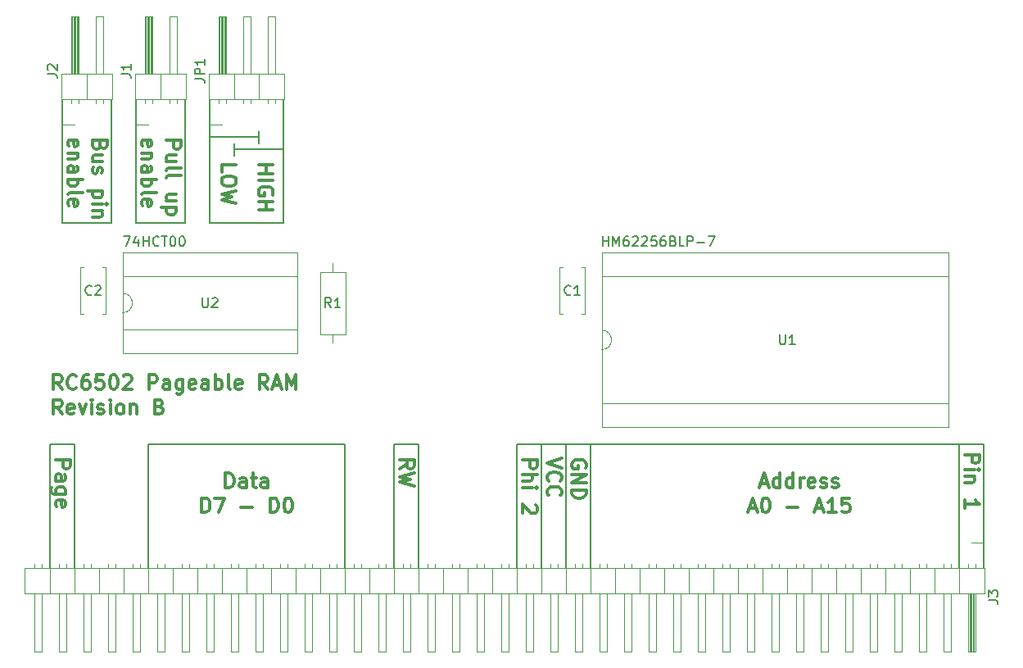
<source format=gto>
G04 #@! TF.FileFunction,Legend,Top*
%FSLAX46Y46*%
G04 Gerber Fmt 4.6, Leading zero omitted, Abs format (unit mm)*
G04 Created by KiCad (PCBNEW 4.0.6) date 06/10/17 17:46:54*
%MOMM*%
%LPD*%
G01*
G04 APERTURE LIST*
%ADD10C,0.100000*%
%ADD11C,0.300000*%
%ADD12C,0.200000*%
%ADD13C,0.120000*%
%ADD14C,0.150000*%
G04 APERTURE END LIST*
D10*
D11*
X96632143Y-106267143D02*
X96560714Y-106481429D01*
X96489286Y-106552857D01*
X96346429Y-106624286D01*
X96132143Y-106624286D01*
X95989286Y-106552857D01*
X95917857Y-106481429D01*
X95846429Y-106338571D01*
X95846429Y-105767143D01*
X97346429Y-105767143D01*
X97346429Y-106267143D01*
X97275000Y-106410000D01*
X97203571Y-106481429D01*
X97060714Y-106552857D01*
X96917857Y-106552857D01*
X96775000Y-106481429D01*
X96703571Y-106410000D01*
X96632143Y-106267143D01*
X96632143Y-105767143D01*
X96846429Y-107910000D02*
X95846429Y-107910000D01*
X96846429Y-107267143D02*
X96060714Y-107267143D01*
X95917857Y-107338571D01*
X95846429Y-107481429D01*
X95846429Y-107695714D01*
X95917857Y-107838571D01*
X95989286Y-107910000D01*
X95917857Y-108552857D02*
X95846429Y-108695714D01*
X95846429Y-108981429D01*
X95917857Y-109124286D01*
X96060714Y-109195714D01*
X96132143Y-109195714D01*
X96275000Y-109124286D01*
X96346429Y-108981429D01*
X96346429Y-108767143D01*
X96417857Y-108624286D01*
X96560714Y-108552857D01*
X96632143Y-108552857D01*
X96775000Y-108624286D01*
X96846429Y-108767143D01*
X96846429Y-108981429D01*
X96775000Y-109124286D01*
X96846429Y-110981429D02*
X95346429Y-110981429D01*
X96775000Y-110981429D02*
X96846429Y-111124286D01*
X96846429Y-111410000D01*
X96775000Y-111552857D01*
X96703571Y-111624286D01*
X96560714Y-111695715D01*
X96132143Y-111695715D01*
X95989286Y-111624286D01*
X95917857Y-111552857D01*
X95846429Y-111410000D01*
X95846429Y-111124286D01*
X95917857Y-110981429D01*
X95846429Y-112338572D02*
X96846429Y-112338572D01*
X97346429Y-112338572D02*
X97275000Y-112267143D01*
X97203571Y-112338572D01*
X97275000Y-112410000D01*
X97346429Y-112338572D01*
X97203571Y-112338572D01*
X96846429Y-113052858D02*
X95846429Y-113052858D01*
X96703571Y-113052858D02*
X96775000Y-113124286D01*
X96846429Y-113267144D01*
X96846429Y-113481429D01*
X96775000Y-113624286D01*
X96632143Y-113695715D01*
X95846429Y-113695715D01*
X93367857Y-106338571D02*
X93296429Y-106195714D01*
X93296429Y-105910000D01*
X93367857Y-105767143D01*
X93510714Y-105695714D01*
X94082143Y-105695714D01*
X94225000Y-105767143D01*
X94296429Y-105910000D01*
X94296429Y-106195714D01*
X94225000Y-106338571D01*
X94082143Y-106410000D01*
X93939286Y-106410000D01*
X93796429Y-105695714D01*
X94296429Y-107052857D02*
X93296429Y-107052857D01*
X94153571Y-107052857D02*
X94225000Y-107124285D01*
X94296429Y-107267143D01*
X94296429Y-107481428D01*
X94225000Y-107624285D01*
X94082143Y-107695714D01*
X93296429Y-107695714D01*
X93296429Y-109052857D02*
X94082143Y-109052857D01*
X94225000Y-108981428D01*
X94296429Y-108838571D01*
X94296429Y-108552857D01*
X94225000Y-108410000D01*
X93367857Y-109052857D02*
X93296429Y-108910000D01*
X93296429Y-108552857D01*
X93367857Y-108410000D01*
X93510714Y-108338571D01*
X93653571Y-108338571D01*
X93796429Y-108410000D01*
X93867857Y-108552857D01*
X93867857Y-108910000D01*
X93939286Y-109052857D01*
X93296429Y-109767143D02*
X94796429Y-109767143D01*
X94225000Y-109767143D02*
X94296429Y-109910000D01*
X94296429Y-110195714D01*
X94225000Y-110338571D01*
X94153571Y-110410000D01*
X94010714Y-110481429D01*
X93582143Y-110481429D01*
X93439286Y-110410000D01*
X93367857Y-110338571D01*
X93296429Y-110195714D01*
X93296429Y-109910000D01*
X93367857Y-109767143D01*
X93296429Y-111338572D02*
X93367857Y-111195714D01*
X93510714Y-111124286D01*
X94796429Y-111124286D01*
X93367857Y-112481428D02*
X93296429Y-112338571D01*
X93296429Y-112052857D01*
X93367857Y-111910000D01*
X93510714Y-111838571D01*
X94082143Y-111838571D01*
X94225000Y-111910000D01*
X94296429Y-112052857D01*
X94296429Y-112338571D01*
X94225000Y-112481428D01*
X94082143Y-112552857D01*
X93939286Y-112552857D01*
X93796429Y-111838571D01*
D12*
X127000000Y-137160000D02*
X129540000Y-137160000D01*
X185420000Y-137160000D02*
X185420000Y-149860000D01*
X139700000Y-137160000D02*
X139700000Y-149860000D01*
X142240000Y-137160000D02*
X139700000Y-137160000D01*
D11*
X140291429Y-138787143D02*
X141791429Y-138787143D01*
X141791429Y-139358571D01*
X141720000Y-139501429D01*
X141648571Y-139572857D01*
X141505714Y-139644286D01*
X141291429Y-139644286D01*
X141148571Y-139572857D01*
X141077143Y-139501429D01*
X141005714Y-139358571D01*
X141005714Y-138787143D01*
X140291429Y-140287143D02*
X141791429Y-140287143D01*
X140291429Y-140930000D02*
X141077143Y-140930000D01*
X141220000Y-140858571D01*
X141291429Y-140715714D01*
X141291429Y-140501429D01*
X141220000Y-140358571D01*
X141148571Y-140287143D01*
X140291429Y-141644286D02*
X141291429Y-141644286D01*
X141791429Y-141644286D02*
X141720000Y-141572857D01*
X141648571Y-141644286D01*
X141720000Y-141715714D01*
X141791429Y-141644286D01*
X141648571Y-141644286D01*
X141648571Y-143430000D02*
X141720000Y-143501429D01*
X141791429Y-143644286D01*
X141791429Y-144001429D01*
X141720000Y-144144286D01*
X141648571Y-144215715D01*
X141505714Y-144287143D01*
X141362857Y-144287143D01*
X141148571Y-144215715D01*
X140291429Y-143358572D01*
X140291429Y-144287143D01*
X92031429Y-138787143D02*
X93531429Y-138787143D01*
X93531429Y-139358571D01*
X93460000Y-139501429D01*
X93388571Y-139572857D01*
X93245714Y-139644286D01*
X93031429Y-139644286D01*
X92888571Y-139572857D01*
X92817143Y-139501429D01*
X92745714Y-139358571D01*
X92745714Y-138787143D01*
X92031429Y-140930000D02*
X92817143Y-140930000D01*
X92960000Y-140858571D01*
X93031429Y-140715714D01*
X93031429Y-140430000D01*
X92960000Y-140287143D01*
X92102857Y-140930000D02*
X92031429Y-140787143D01*
X92031429Y-140430000D01*
X92102857Y-140287143D01*
X92245714Y-140215714D01*
X92388571Y-140215714D01*
X92531429Y-140287143D01*
X92602857Y-140430000D01*
X92602857Y-140787143D01*
X92674286Y-140930000D01*
X93031429Y-142287143D02*
X91817143Y-142287143D01*
X91674286Y-142215714D01*
X91602857Y-142144286D01*
X91531429Y-142001429D01*
X91531429Y-141787143D01*
X91602857Y-141644286D01*
X92102857Y-142287143D02*
X92031429Y-142144286D01*
X92031429Y-141858572D01*
X92102857Y-141715714D01*
X92174286Y-141644286D01*
X92317143Y-141572857D01*
X92745714Y-141572857D01*
X92888571Y-141644286D01*
X92960000Y-141715714D01*
X93031429Y-141858572D01*
X93031429Y-142144286D01*
X92960000Y-142287143D01*
X92102857Y-143572857D02*
X92031429Y-143430000D01*
X92031429Y-143144286D01*
X92102857Y-143001429D01*
X92245714Y-142930000D01*
X92817143Y-142930000D01*
X92960000Y-143001429D01*
X93031429Y-143144286D01*
X93031429Y-143430000D01*
X92960000Y-143572857D01*
X92817143Y-143644286D01*
X92674286Y-143644286D01*
X92531429Y-142930000D01*
D12*
X91440000Y-137160000D02*
X91440000Y-149860000D01*
X93980000Y-137160000D02*
X91440000Y-137160000D01*
X93980000Y-149860000D02*
X93980000Y-137160000D01*
X92710000Y-114300000D02*
X92710000Y-101600000D01*
X97790000Y-114300000D02*
X92710000Y-114300000D01*
X97790000Y-101600000D02*
X97790000Y-114300000D01*
X110490000Y-106045000D02*
X110490000Y-107315000D01*
X113030000Y-104775000D02*
X113030000Y-106045000D01*
D11*
X109176429Y-109021429D02*
X109176429Y-108307143D01*
X110676429Y-108307143D01*
X110676429Y-109807143D02*
X110676429Y-110092857D01*
X110605000Y-110235715D01*
X110462143Y-110378572D01*
X110176429Y-110450000D01*
X109676429Y-110450000D01*
X109390714Y-110378572D01*
X109247857Y-110235715D01*
X109176429Y-110092857D01*
X109176429Y-109807143D01*
X109247857Y-109664286D01*
X109390714Y-109521429D01*
X109676429Y-109450000D01*
X110176429Y-109450000D01*
X110462143Y-109521429D01*
X110605000Y-109664286D01*
X110676429Y-109807143D01*
X110676429Y-110950001D02*
X109176429Y-111307144D01*
X110247857Y-111592858D01*
X109176429Y-111878572D01*
X110676429Y-112235715D01*
D12*
X115570000Y-106680000D02*
X110490000Y-106680000D01*
X107950000Y-105410000D02*
X113030000Y-105410000D01*
X115570000Y-114300000D02*
X115570000Y-101600000D01*
X107950000Y-114300000D02*
X115570000Y-114300000D01*
X107950000Y-101600000D02*
X107950000Y-114300000D01*
X100330000Y-114300000D02*
X100330000Y-101600000D01*
X105410000Y-114300000D02*
X100330000Y-114300000D01*
X105410000Y-101600000D02*
X105410000Y-114300000D01*
D11*
X164874286Y-141215000D02*
X165588572Y-141215000D01*
X164731429Y-141643571D02*
X165231429Y-140143571D01*
X165731429Y-141643571D01*
X166874286Y-141643571D02*
X166874286Y-140143571D01*
X166874286Y-141572143D02*
X166731429Y-141643571D01*
X166445715Y-141643571D01*
X166302857Y-141572143D01*
X166231429Y-141500714D01*
X166160000Y-141357857D01*
X166160000Y-140929286D01*
X166231429Y-140786429D01*
X166302857Y-140715000D01*
X166445715Y-140643571D01*
X166731429Y-140643571D01*
X166874286Y-140715000D01*
X168231429Y-141643571D02*
X168231429Y-140143571D01*
X168231429Y-141572143D02*
X168088572Y-141643571D01*
X167802858Y-141643571D01*
X167660000Y-141572143D01*
X167588572Y-141500714D01*
X167517143Y-141357857D01*
X167517143Y-140929286D01*
X167588572Y-140786429D01*
X167660000Y-140715000D01*
X167802858Y-140643571D01*
X168088572Y-140643571D01*
X168231429Y-140715000D01*
X168945715Y-141643571D02*
X168945715Y-140643571D01*
X168945715Y-140929286D02*
X169017143Y-140786429D01*
X169088572Y-140715000D01*
X169231429Y-140643571D01*
X169374286Y-140643571D01*
X170445714Y-141572143D02*
X170302857Y-141643571D01*
X170017143Y-141643571D01*
X169874286Y-141572143D01*
X169802857Y-141429286D01*
X169802857Y-140857857D01*
X169874286Y-140715000D01*
X170017143Y-140643571D01*
X170302857Y-140643571D01*
X170445714Y-140715000D01*
X170517143Y-140857857D01*
X170517143Y-141000714D01*
X169802857Y-141143571D01*
X171088571Y-141572143D02*
X171231428Y-141643571D01*
X171517143Y-141643571D01*
X171660000Y-141572143D01*
X171731428Y-141429286D01*
X171731428Y-141357857D01*
X171660000Y-141215000D01*
X171517143Y-141143571D01*
X171302857Y-141143571D01*
X171160000Y-141072143D01*
X171088571Y-140929286D01*
X171088571Y-140857857D01*
X171160000Y-140715000D01*
X171302857Y-140643571D01*
X171517143Y-140643571D01*
X171660000Y-140715000D01*
X172302857Y-141572143D02*
X172445714Y-141643571D01*
X172731429Y-141643571D01*
X172874286Y-141572143D01*
X172945714Y-141429286D01*
X172945714Y-141357857D01*
X172874286Y-141215000D01*
X172731429Y-141143571D01*
X172517143Y-141143571D01*
X172374286Y-141072143D01*
X172302857Y-140929286D01*
X172302857Y-140857857D01*
X172374286Y-140715000D01*
X172517143Y-140643571D01*
X172731429Y-140643571D01*
X172874286Y-140715000D01*
X163695715Y-143765000D02*
X164410001Y-143765000D01*
X163552858Y-144193571D02*
X164052858Y-142693571D01*
X164552858Y-144193571D01*
X165338572Y-142693571D02*
X165481429Y-142693571D01*
X165624286Y-142765000D01*
X165695715Y-142836429D01*
X165767144Y-142979286D01*
X165838572Y-143265000D01*
X165838572Y-143622143D01*
X165767144Y-143907857D01*
X165695715Y-144050714D01*
X165624286Y-144122143D01*
X165481429Y-144193571D01*
X165338572Y-144193571D01*
X165195715Y-144122143D01*
X165124286Y-144050714D01*
X165052858Y-143907857D01*
X164981429Y-143622143D01*
X164981429Y-143265000D01*
X165052858Y-142979286D01*
X165124286Y-142836429D01*
X165195715Y-142765000D01*
X165338572Y-142693571D01*
X167624286Y-143622143D02*
X168767143Y-143622143D01*
X170552857Y-143765000D02*
X171267143Y-143765000D01*
X170410000Y-144193571D02*
X170910000Y-142693571D01*
X171410000Y-144193571D01*
X172695714Y-144193571D02*
X171838571Y-144193571D01*
X172267143Y-144193571D02*
X172267143Y-142693571D01*
X172124286Y-142907857D01*
X171981428Y-143050714D01*
X171838571Y-143122143D01*
X174052857Y-142693571D02*
X173338571Y-142693571D01*
X173267142Y-143407857D01*
X173338571Y-143336429D01*
X173481428Y-143265000D01*
X173838571Y-143265000D01*
X173981428Y-143336429D01*
X174052857Y-143407857D01*
X174124285Y-143550714D01*
X174124285Y-143907857D01*
X174052857Y-144050714D01*
X173981428Y-144122143D01*
X173838571Y-144193571D01*
X173481428Y-144193571D01*
X173338571Y-144122143D01*
X173267142Y-144050714D01*
X146800000Y-139572857D02*
X146871429Y-139430000D01*
X146871429Y-139215714D01*
X146800000Y-139001429D01*
X146657143Y-138858571D01*
X146514286Y-138787143D01*
X146228571Y-138715714D01*
X146014286Y-138715714D01*
X145728571Y-138787143D01*
X145585714Y-138858571D01*
X145442857Y-139001429D01*
X145371429Y-139215714D01*
X145371429Y-139358571D01*
X145442857Y-139572857D01*
X145514286Y-139644286D01*
X146014286Y-139644286D01*
X146014286Y-139358571D01*
X145371429Y-140287143D02*
X146871429Y-140287143D01*
X145371429Y-141144286D01*
X146871429Y-141144286D01*
X145371429Y-141858572D02*
X146871429Y-141858572D01*
X146871429Y-142215715D01*
X146800000Y-142430000D01*
X146657143Y-142572858D01*
X146514286Y-142644286D01*
X146228571Y-142715715D01*
X146014286Y-142715715D01*
X145728571Y-142644286D01*
X145585714Y-142572858D01*
X145442857Y-142430000D01*
X145371429Y-142215715D01*
X145371429Y-141858572D01*
X144331429Y-138572857D02*
X142831429Y-139072857D01*
X144331429Y-139572857D01*
X142974286Y-140930000D02*
X142902857Y-140858571D01*
X142831429Y-140644285D01*
X142831429Y-140501428D01*
X142902857Y-140287143D01*
X143045714Y-140144285D01*
X143188571Y-140072857D01*
X143474286Y-140001428D01*
X143688571Y-140001428D01*
X143974286Y-140072857D01*
X144117143Y-140144285D01*
X144260000Y-140287143D01*
X144331429Y-140501428D01*
X144331429Y-140644285D01*
X144260000Y-140858571D01*
X144188571Y-140930000D01*
X142974286Y-142430000D02*
X142902857Y-142358571D01*
X142831429Y-142144285D01*
X142831429Y-142001428D01*
X142902857Y-141787143D01*
X143045714Y-141644285D01*
X143188571Y-141572857D01*
X143474286Y-141501428D01*
X143688571Y-141501428D01*
X143974286Y-141572857D01*
X144117143Y-141644285D01*
X144260000Y-141787143D01*
X144331429Y-142001428D01*
X144331429Y-142144285D01*
X144260000Y-142358571D01*
X144188571Y-142430000D01*
D12*
X147320000Y-137160000D02*
X185420000Y-137160000D01*
X147320000Y-137160000D02*
X144780000Y-137160000D01*
X147320000Y-149860000D02*
X147320000Y-137160000D01*
X144780000Y-137160000D02*
X144780000Y-149860000D01*
X142240000Y-137160000D02*
X144780000Y-137160000D01*
X142240000Y-149860000D02*
X142240000Y-137160000D01*
D11*
X109581429Y-141643571D02*
X109581429Y-140143571D01*
X109938572Y-140143571D01*
X110152857Y-140215000D01*
X110295715Y-140357857D01*
X110367143Y-140500714D01*
X110438572Y-140786429D01*
X110438572Y-141000714D01*
X110367143Y-141286429D01*
X110295715Y-141429286D01*
X110152857Y-141572143D01*
X109938572Y-141643571D01*
X109581429Y-141643571D01*
X111724286Y-141643571D02*
X111724286Y-140857857D01*
X111652857Y-140715000D01*
X111510000Y-140643571D01*
X111224286Y-140643571D01*
X111081429Y-140715000D01*
X111724286Y-141572143D02*
X111581429Y-141643571D01*
X111224286Y-141643571D01*
X111081429Y-141572143D01*
X111010000Y-141429286D01*
X111010000Y-141286429D01*
X111081429Y-141143571D01*
X111224286Y-141072143D01*
X111581429Y-141072143D01*
X111724286Y-141000714D01*
X112224286Y-140643571D02*
X112795715Y-140643571D01*
X112438572Y-140143571D02*
X112438572Y-141429286D01*
X112510000Y-141572143D01*
X112652858Y-141643571D01*
X112795715Y-141643571D01*
X113938572Y-141643571D02*
X113938572Y-140857857D01*
X113867143Y-140715000D01*
X113724286Y-140643571D01*
X113438572Y-140643571D01*
X113295715Y-140715000D01*
X113938572Y-141572143D02*
X113795715Y-141643571D01*
X113438572Y-141643571D01*
X113295715Y-141572143D01*
X113224286Y-141429286D01*
X113224286Y-141286429D01*
X113295715Y-141143571D01*
X113438572Y-141072143D01*
X113795715Y-141072143D01*
X113938572Y-141000714D01*
X107117144Y-144193571D02*
X107117144Y-142693571D01*
X107474287Y-142693571D01*
X107688572Y-142765000D01*
X107831430Y-142907857D01*
X107902858Y-143050714D01*
X107974287Y-143336429D01*
X107974287Y-143550714D01*
X107902858Y-143836429D01*
X107831430Y-143979286D01*
X107688572Y-144122143D01*
X107474287Y-144193571D01*
X107117144Y-144193571D01*
X108474287Y-142693571D02*
X109474287Y-142693571D01*
X108831430Y-144193571D01*
X111188572Y-143622143D02*
X112331429Y-143622143D01*
X114188572Y-144193571D02*
X114188572Y-142693571D01*
X114545715Y-142693571D01*
X114760000Y-142765000D01*
X114902858Y-142907857D01*
X114974286Y-143050714D01*
X115045715Y-143336429D01*
X115045715Y-143550714D01*
X114974286Y-143836429D01*
X114902858Y-143979286D01*
X114760000Y-144122143D01*
X114545715Y-144193571D01*
X114188572Y-144193571D01*
X115974286Y-142693571D02*
X116117143Y-142693571D01*
X116260000Y-142765000D01*
X116331429Y-142836429D01*
X116402858Y-142979286D01*
X116474286Y-143265000D01*
X116474286Y-143622143D01*
X116402858Y-143907857D01*
X116331429Y-144050714D01*
X116260000Y-144122143D01*
X116117143Y-144193571D01*
X115974286Y-144193571D01*
X115831429Y-144122143D01*
X115760000Y-144050714D01*
X115688572Y-143907857D01*
X115617143Y-143622143D01*
X115617143Y-143265000D01*
X115688572Y-142979286D01*
X115760000Y-142836429D01*
X115831429Y-142765000D01*
X115974286Y-142693571D01*
D12*
X101600000Y-137160000D02*
X101600000Y-149860000D01*
X121920000Y-137160000D02*
X101600000Y-137160000D01*
X121920000Y-149860000D02*
X121920000Y-137160000D01*
D11*
X127591429Y-139644286D02*
X128305714Y-139144286D01*
X127591429Y-138787143D02*
X129091429Y-138787143D01*
X129091429Y-139358571D01*
X129020000Y-139501429D01*
X128948571Y-139572857D01*
X128805714Y-139644286D01*
X128591429Y-139644286D01*
X128448571Y-139572857D01*
X128377143Y-139501429D01*
X128305714Y-139358571D01*
X128305714Y-138787143D01*
X129091429Y-140144286D02*
X127591429Y-140501429D01*
X128662857Y-140787143D01*
X127591429Y-141072857D01*
X129091429Y-141430000D01*
D12*
X129540000Y-137160000D02*
X129540000Y-149860000D01*
X127000000Y-149860000D02*
X127000000Y-137160000D01*
D11*
X112986429Y-108307143D02*
X114486429Y-108307143D01*
X113772143Y-108307143D02*
X113772143Y-109164286D01*
X112986429Y-109164286D02*
X114486429Y-109164286D01*
X112986429Y-109878572D02*
X114486429Y-109878572D01*
X114415000Y-111378572D02*
X114486429Y-111235715D01*
X114486429Y-111021429D01*
X114415000Y-110807144D01*
X114272143Y-110664286D01*
X114129286Y-110592858D01*
X113843571Y-110521429D01*
X113629286Y-110521429D01*
X113343571Y-110592858D01*
X113200714Y-110664286D01*
X113057857Y-110807144D01*
X112986429Y-111021429D01*
X112986429Y-111164286D01*
X113057857Y-111378572D01*
X113129286Y-111450001D01*
X113629286Y-111450001D01*
X113629286Y-111164286D01*
X112986429Y-112092858D02*
X114486429Y-112092858D01*
X113772143Y-112092858D02*
X113772143Y-112950001D01*
X112986429Y-112950001D02*
X114486429Y-112950001D01*
X103466429Y-105767143D02*
X104966429Y-105767143D01*
X104966429Y-106338571D01*
X104895000Y-106481429D01*
X104823571Y-106552857D01*
X104680714Y-106624286D01*
X104466429Y-106624286D01*
X104323571Y-106552857D01*
X104252143Y-106481429D01*
X104180714Y-106338571D01*
X104180714Y-105767143D01*
X104466429Y-107910000D02*
X103466429Y-107910000D01*
X104466429Y-107267143D02*
X103680714Y-107267143D01*
X103537857Y-107338571D01*
X103466429Y-107481429D01*
X103466429Y-107695714D01*
X103537857Y-107838571D01*
X103609286Y-107910000D01*
X103466429Y-108838572D02*
X103537857Y-108695714D01*
X103680714Y-108624286D01*
X104966429Y-108624286D01*
X103466429Y-109624286D02*
X103537857Y-109481428D01*
X103680714Y-109410000D01*
X104966429Y-109410000D01*
X104466429Y-111981428D02*
X103466429Y-111981428D01*
X104466429Y-111338571D02*
X103680714Y-111338571D01*
X103537857Y-111409999D01*
X103466429Y-111552857D01*
X103466429Y-111767142D01*
X103537857Y-111909999D01*
X103609286Y-111981428D01*
X104466429Y-112695714D02*
X102966429Y-112695714D01*
X104395000Y-112695714D02*
X104466429Y-112838571D01*
X104466429Y-113124285D01*
X104395000Y-113267142D01*
X104323571Y-113338571D01*
X104180714Y-113410000D01*
X103752143Y-113410000D01*
X103609286Y-113338571D01*
X103537857Y-113267142D01*
X103466429Y-113124285D01*
X103466429Y-112838571D01*
X103537857Y-112695714D01*
X100987857Y-106338571D02*
X100916429Y-106195714D01*
X100916429Y-105910000D01*
X100987857Y-105767143D01*
X101130714Y-105695714D01*
X101702143Y-105695714D01*
X101845000Y-105767143D01*
X101916429Y-105910000D01*
X101916429Y-106195714D01*
X101845000Y-106338571D01*
X101702143Y-106410000D01*
X101559286Y-106410000D01*
X101416429Y-105695714D01*
X101916429Y-107052857D02*
X100916429Y-107052857D01*
X101773571Y-107052857D02*
X101845000Y-107124285D01*
X101916429Y-107267143D01*
X101916429Y-107481428D01*
X101845000Y-107624285D01*
X101702143Y-107695714D01*
X100916429Y-107695714D01*
X100916429Y-109052857D02*
X101702143Y-109052857D01*
X101845000Y-108981428D01*
X101916429Y-108838571D01*
X101916429Y-108552857D01*
X101845000Y-108410000D01*
X100987857Y-109052857D02*
X100916429Y-108910000D01*
X100916429Y-108552857D01*
X100987857Y-108410000D01*
X101130714Y-108338571D01*
X101273571Y-108338571D01*
X101416429Y-108410000D01*
X101487857Y-108552857D01*
X101487857Y-108910000D01*
X101559286Y-109052857D01*
X100916429Y-109767143D02*
X102416429Y-109767143D01*
X101845000Y-109767143D02*
X101916429Y-109910000D01*
X101916429Y-110195714D01*
X101845000Y-110338571D01*
X101773571Y-110410000D01*
X101630714Y-110481429D01*
X101202143Y-110481429D01*
X101059286Y-110410000D01*
X100987857Y-110338571D01*
X100916429Y-110195714D01*
X100916429Y-109910000D01*
X100987857Y-109767143D01*
X100916429Y-111338572D02*
X100987857Y-111195714D01*
X101130714Y-111124286D01*
X102416429Y-111124286D01*
X100987857Y-112481428D02*
X100916429Y-112338571D01*
X100916429Y-112052857D01*
X100987857Y-111910000D01*
X101130714Y-111838571D01*
X101702143Y-111838571D01*
X101845000Y-111910000D01*
X101916429Y-112052857D01*
X101916429Y-112338571D01*
X101845000Y-112481428D01*
X101702143Y-112552857D01*
X101559286Y-112552857D01*
X101416429Y-111838571D01*
X92654286Y-131483571D02*
X92154286Y-130769286D01*
X91797143Y-131483571D02*
X91797143Y-129983571D01*
X92368571Y-129983571D01*
X92511429Y-130055000D01*
X92582857Y-130126429D01*
X92654286Y-130269286D01*
X92654286Y-130483571D01*
X92582857Y-130626429D01*
X92511429Y-130697857D01*
X92368571Y-130769286D01*
X91797143Y-130769286D01*
X94154286Y-131340714D02*
X94082857Y-131412143D01*
X93868571Y-131483571D01*
X93725714Y-131483571D01*
X93511429Y-131412143D01*
X93368571Y-131269286D01*
X93297143Y-131126429D01*
X93225714Y-130840714D01*
X93225714Y-130626429D01*
X93297143Y-130340714D01*
X93368571Y-130197857D01*
X93511429Y-130055000D01*
X93725714Y-129983571D01*
X93868571Y-129983571D01*
X94082857Y-130055000D01*
X94154286Y-130126429D01*
X95440000Y-129983571D02*
X95154286Y-129983571D01*
X95011429Y-130055000D01*
X94940000Y-130126429D01*
X94797143Y-130340714D01*
X94725714Y-130626429D01*
X94725714Y-131197857D01*
X94797143Y-131340714D01*
X94868571Y-131412143D01*
X95011429Y-131483571D01*
X95297143Y-131483571D01*
X95440000Y-131412143D01*
X95511429Y-131340714D01*
X95582857Y-131197857D01*
X95582857Y-130840714D01*
X95511429Y-130697857D01*
X95440000Y-130626429D01*
X95297143Y-130555000D01*
X95011429Y-130555000D01*
X94868571Y-130626429D01*
X94797143Y-130697857D01*
X94725714Y-130840714D01*
X96940000Y-129983571D02*
X96225714Y-129983571D01*
X96154285Y-130697857D01*
X96225714Y-130626429D01*
X96368571Y-130555000D01*
X96725714Y-130555000D01*
X96868571Y-130626429D01*
X96940000Y-130697857D01*
X97011428Y-130840714D01*
X97011428Y-131197857D01*
X96940000Y-131340714D01*
X96868571Y-131412143D01*
X96725714Y-131483571D01*
X96368571Y-131483571D01*
X96225714Y-131412143D01*
X96154285Y-131340714D01*
X97939999Y-129983571D02*
X98082856Y-129983571D01*
X98225713Y-130055000D01*
X98297142Y-130126429D01*
X98368571Y-130269286D01*
X98439999Y-130555000D01*
X98439999Y-130912143D01*
X98368571Y-131197857D01*
X98297142Y-131340714D01*
X98225713Y-131412143D01*
X98082856Y-131483571D01*
X97939999Y-131483571D01*
X97797142Y-131412143D01*
X97725713Y-131340714D01*
X97654285Y-131197857D01*
X97582856Y-130912143D01*
X97582856Y-130555000D01*
X97654285Y-130269286D01*
X97725713Y-130126429D01*
X97797142Y-130055000D01*
X97939999Y-129983571D01*
X99011427Y-130126429D02*
X99082856Y-130055000D01*
X99225713Y-129983571D01*
X99582856Y-129983571D01*
X99725713Y-130055000D01*
X99797142Y-130126429D01*
X99868570Y-130269286D01*
X99868570Y-130412143D01*
X99797142Y-130626429D01*
X98939999Y-131483571D01*
X99868570Y-131483571D01*
X101654284Y-131483571D02*
X101654284Y-129983571D01*
X102225712Y-129983571D01*
X102368570Y-130055000D01*
X102439998Y-130126429D01*
X102511427Y-130269286D01*
X102511427Y-130483571D01*
X102439998Y-130626429D01*
X102368570Y-130697857D01*
X102225712Y-130769286D01*
X101654284Y-130769286D01*
X103797141Y-131483571D02*
X103797141Y-130697857D01*
X103725712Y-130555000D01*
X103582855Y-130483571D01*
X103297141Y-130483571D01*
X103154284Y-130555000D01*
X103797141Y-131412143D02*
X103654284Y-131483571D01*
X103297141Y-131483571D01*
X103154284Y-131412143D01*
X103082855Y-131269286D01*
X103082855Y-131126429D01*
X103154284Y-130983571D01*
X103297141Y-130912143D01*
X103654284Y-130912143D01*
X103797141Y-130840714D01*
X105154284Y-130483571D02*
X105154284Y-131697857D01*
X105082855Y-131840714D01*
X105011427Y-131912143D01*
X104868570Y-131983571D01*
X104654284Y-131983571D01*
X104511427Y-131912143D01*
X105154284Y-131412143D02*
X105011427Y-131483571D01*
X104725713Y-131483571D01*
X104582855Y-131412143D01*
X104511427Y-131340714D01*
X104439998Y-131197857D01*
X104439998Y-130769286D01*
X104511427Y-130626429D01*
X104582855Y-130555000D01*
X104725713Y-130483571D01*
X105011427Y-130483571D01*
X105154284Y-130555000D01*
X106439998Y-131412143D02*
X106297141Y-131483571D01*
X106011427Y-131483571D01*
X105868570Y-131412143D01*
X105797141Y-131269286D01*
X105797141Y-130697857D01*
X105868570Y-130555000D01*
X106011427Y-130483571D01*
X106297141Y-130483571D01*
X106439998Y-130555000D01*
X106511427Y-130697857D01*
X106511427Y-130840714D01*
X105797141Y-130983571D01*
X107797141Y-131483571D02*
X107797141Y-130697857D01*
X107725712Y-130555000D01*
X107582855Y-130483571D01*
X107297141Y-130483571D01*
X107154284Y-130555000D01*
X107797141Y-131412143D02*
X107654284Y-131483571D01*
X107297141Y-131483571D01*
X107154284Y-131412143D01*
X107082855Y-131269286D01*
X107082855Y-131126429D01*
X107154284Y-130983571D01*
X107297141Y-130912143D01*
X107654284Y-130912143D01*
X107797141Y-130840714D01*
X108511427Y-131483571D02*
X108511427Y-129983571D01*
X108511427Y-130555000D02*
X108654284Y-130483571D01*
X108939998Y-130483571D01*
X109082855Y-130555000D01*
X109154284Y-130626429D01*
X109225713Y-130769286D01*
X109225713Y-131197857D01*
X109154284Y-131340714D01*
X109082855Y-131412143D01*
X108939998Y-131483571D01*
X108654284Y-131483571D01*
X108511427Y-131412143D01*
X110082856Y-131483571D02*
X109939998Y-131412143D01*
X109868570Y-131269286D01*
X109868570Y-129983571D01*
X111225712Y-131412143D02*
X111082855Y-131483571D01*
X110797141Y-131483571D01*
X110654284Y-131412143D01*
X110582855Y-131269286D01*
X110582855Y-130697857D01*
X110654284Y-130555000D01*
X110797141Y-130483571D01*
X111082855Y-130483571D01*
X111225712Y-130555000D01*
X111297141Y-130697857D01*
X111297141Y-130840714D01*
X110582855Y-130983571D01*
X113939998Y-131483571D02*
X113439998Y-130769286D01*
X113082855Y-131483571D02*
X113082855Y-129983571D01*
X113654283Y-129983571D01*
X113797141Y-130055000D01*
X113868569Y-130126429D01*
X113939998Y-130269286D01*
X113939998Y-130483571D01*
X113868569Y-130626429D01*
X113797141Y-130697857D01*
X113654283Y-130769286D01*
X113082855Y-130769286D01*
X114511426Y-131055000D02*
X115225712Y-131055000D01*
X114368569Y-131483571D02*
X114868569Y-129983571D01*
X115368569Y-131483571D01*
X115868569Y-131483571D02*
X115868569Y-129983571D01*
X116368569Y-131055000D01*
X116868569Y-129983571D01*
X116868569Y-131483571D01*
X92654286Y-134033571D02*
X92154286Y-133319286D01*
X91797143Y-134033571D02*
X91797143Y-132533571D01*
X92368571Y-132533571D01*
X92511429Y-132605000D01*
X92582857Y-132676429D01*
X92654286Y-132819286D01*
X92654286Y-133033571D01*
X92582857Y-133176429D01*
X92511429Y-133247857D01*
X92368571Y-133319286D01*
X91797143Y-133319286D01*
X93868571Y-133962143D02*
X93725714Y-134033571D01*
X93440000Y-134033571D01*
X93297143Y-133962143D01*
X93225714Y-133819286D01*
X93225714Y-133247857D01*
X93297143Y-133105000D01*
X93440000Y-133033571D01*
X93725714Y-133033571D01*
X93868571Y-133105000D01*
X93940000Y-133247857D01*
X93940000Y-133390714D01*
X93225714Y-133533571D01*
X94440000Y-133033571D02*
X94797143Y-134033571D01*
X95154285Y-133033571D01*
X95725714Y-134033571D02*
X95725714Y-133033571D01*
X95725714Y-132533571D02*
X95654285Y-132605000D01*
X95725714Y-132676429D01*
X95797142Y-132605000D01*
X95725714Y-132533571D01*
X95725714Y-132676429D01*
X96368571Y-133962143D02*
X96511428Y-134033571D01*
X96797143Y-134033571D01*
X96940000Y-133962143D01*
X97011428Y-133819286D01*
X97011428Y-133747857D01*
X96940000Y-133605000D01*
X96797143Y-133533571D01*
X96582857Y-133533571D01*
X96440000Y-133462143D01*
X96368571Y-133319286D01*
X96368571Y-133247857D01*
X96440000Y-133105000D01*
X96582857Y-133033571D01*
X96797143Y-133033571D01*
X96940000Y-133105000D01*
X97654286Y-134033571D02*
X97654286Y-133033571D01*
X97654286Y-132533571D02*
X97582857Y-132605000D01*
X97654286Y-132676429D01*
X97725714Y-132605000D01*
X97654286Y-132533571D01*
X97654286Y-132676429D01*
X98582858Y-134033571D02*
X98440000Y-133962143D01*
X98368572Y-133890714D01*
X98297143Y-133747857D01*
X98297143Y-133319286D01*
X98368572Y-133176429D01*
X98440000Y-133105000D01*
X98582858Y-133033571D01*
X98797143Y-133033571D01*
X98940000Y-133105000D01*
X99011429Y-133176429D01*
X99082858Y-133319286D01*
X99082858Y-133747857D01*
X99011429Y-133890714D01*
X98940000Y-133962143D01*
X98797143Y-134033571D01*
X98582858Y-134033571D01*
X99725715Y-133033571D02*
X99725715Y-134033571D01*
X99725715Y-133176429D02*
X99797143Y-133105000D01*
X99940001Y-133033571D01*
X100154286Y-133033571D01*
X100297143Y-133105000D01*
X100368572Y-133247857D01*
X100368572Y-134033571D01*
X102725715Y-133247857D02*
X102940001Y-133319286D01*
X103011429Y-133390714D01*
X103082858Y-133533571D01*
X103082858Y-133747857D01*
X103011429Y-133890714D01*
X102940001Y-133962143D01*
X102797143Y-134033571D01*
X102225715Y-134033571D01*
X102225715Y-132533571D01*
X102725715Y-132533571D01*
X102868572Y-132605000D01*
X102940001Y-132676429D01*
X103011429Y-132819286D01*
X103011429Y-132962143D01*
X102940001Y-133105000D01*
X102868572Y-133176429D01*
X102725715Y-133247857D01*
X102225715Y-133247857D01*
X186011429Y-138255715D02*
X187511429Y-138255715D01*
X187511429Y-138827143D01*
X187440000Y-138970001D01*
X187368571Y-139041429D01*
X187225714Y-139112858D01*
X187011429Y-139112858D01*
X186868571Y-139041429D01*
X186797143Y-138970001D01*
X186725714Y-138827143D01*
X186725714Y-138255715D01*
X186011429Y-139755715D02*
X187011429Y-139755715D01*
X187511429Y-139755715D02*
X187440000Y-139684286D01*
X187368571Y-139755715D01*
X187440000Y-139827143D01*
X187511429Y-139755715D01*
X187368571Y-139755715D01*
X187011429Y-140470001D02*
X186011429Y-140470001D01*
X186868571Y-140470001D02*
X186940000Y-140541429D01*
X187011429Y-140684287D01*
X187011429Y-140898572D01*
X186940000Y-141041429D01*
X186797143Y-141112858D01*
X186011429Y-141112858D01*
X186011429Y-143755715D02*
X186011429Y-142898572D01*
X186011429Y-143327144D02*
X187511429Y-143327144D01*
X187297143Y-143184287D01*
X187154286Y-143041429D01*
X187082857Y-142898572D01*
D12*
X187960000Y-137160000D02*
X187960000Y-149860000D01*
X185420000Y-137160000D02*
X187960000Y-137160000D01*
D13*
X148470000Y-127365000D02*
X148470000Y-132945000D01*
X148470000Y-132945000D02*
X184270000Y-132945000D01*
X184270000Y-132945000D02*
X184270000Y-119785000D01*
X184270000Y-119785000D02*
X148470000Y-119785000D01*
X148470000Y-119785000D02*
X148470000Y-125365000D01*
X148470000Y-135375000D02*
X184270000Y-135375000D01*
X184270000Y-135375000D02*
X184270000Y-117355000D01*
X184270000Y-117355000D02*
X148470000Y-117355000D01*
X148470000Y-117355000D02*
X148470000Y-135375000D01*
X148470000Y-125365000D02*
G75*
G02X148470000Y-127365000I0J-1000000D01*
G01*
X100270000Y-101530000D02*
X102870000Y-101530000D01*
X102870000Y-101530000D02*
X102870000Y-98910000D01*
X102870000Y-98910000D02*
X100270000Y-98910000D01*
X100270000Y-98910000D02*
X100270000Y-101530000D01*
X101220000Y-98910000D02*
X101980000Y-98910000D01*
X101980000Y-98910000D02*
X101980000Y-92910000D01*
X101980000Y-92910000D02*
X101220000Y-92910000D01*
X101220000Y-92910000D02*
X101220000Y-98910000D01*
X101220000Y-101960000D02*
X101220000Y-101530000D01*
X101980000Y-101960000D02*
X101980000Y-101530000D01*
X101340000Y-98910000D02*
X101340000Y-92910000D01*
X101460000Y-98910000D02*
X101460000Y-92910000D01*
X101580000Y-98910000D02*
X101580000Y-92910000D01*
X101700000Y-98910000D02*
X101700000Y-92910000D01*
X101820000Y-98910000D02*
X101820000Y-92910000D01*
X101940000Y-98910000D02*
X101940000Y-92910000D01*
X102870000Y-101530000D02*
X105470000Y-101530000D01*
X105470000Y-101530000D02*
X105470000Y-98910000D01*
X105470000Y-98910000D02*
X102870000Y-98910000D01*
X102870000Y-98910000D02*
X102870000Y-101530000D01*
X103760000Y-98910000D02*
X104520000Y-98910000D01*
X104520000Y-98910000D02*
X104520000Y-92910000D01*
X104520000Y-92910000D02*
X103760000Y-92910000D01*
X103760000Y-92910000D02*
X103760000Y-98910000D01*
X103760000Y-101960000D02*
X103760000Y-101530000D01*
X104520000Y-101960000D02*
X104520000Y-101530000D01*
X101600000Y-104140000D02*
X100330000Y-104140000D01*
X100330000Y-104140000D02*
X100330000Y-102870000D01*
X121960000Y-119345000D02*
X119340000Y-119345000D01*
X119340000Y-119345000D02*
X119340000Y-125765000D01*
X119340000Y-125765000D02*
X121960000Y-125765000D01*
X121960000Y-125765000D02*
X121960000Y-119345000D01*
X120650000Y-118455000D02*
X120650000Y-119345000D01*
X120650000Y-126655000D02*
X120650000Y-125765000D01*
X146725000Y-118835000D02*
X146725000Y-123655000D01*
X144105000Y-118835000D02*
X144105000Y-123655000D01*
X146725000Y-118835000D02*
X146411000Y-118835000D01*
X144419000Y-118835000D02*
X144105000Y-118835000D01*
X146725000Y-123655000D02*
X146411000Y-123655000D01*
X144419000Y-123655000D02*
X144105000Y-123655000D01*
X97195000Y-118835000D02*
X97195000Y-123655000D01*
X94575000Y-118835000D02*
X94575000Y-123655000D01*
X97195000Y-118835000D02*
X96881000Y-118835000D01*
X94889000Y-118835000D02*
X94575000Y-118835000D01*
X97195000Y-123655000D02*
X96881000Y-123655000D01*
X94889000Y-123655000D02*
X94575000Y-123655000D01*
X92650000Y-101530000D02*
X95250000Y-101530000D01*
X95250000Y-101530000D02*
X95250000Y-98910000D01*
X95250000Y-98910000D02*
X92650000Y-98910000D01*
X92650000Y-98910000D02*
X92650000Y-101530000D01*
X93600000Y-98910000D02*
X94360000Y-98910000D01*
X94360000Y-98910000D02*
X94360000Y-92910000D01*
X94360000Y-92910000D02*
X93600000Y-92910000D01*
X93600000Y-92910000D02*
X93600000Y-98910000D01*
X93600000Y-101960000D02*
X93600000Y-101530000D01*
X94360000Y-101960000D02*
X94360000Y-101530000D01*
X93720000Y-98910000D02*
X93720000Y-92910000D01*
X93840000Y-98910000D02*
X93840000Y-92910000D01*
X93960000Y-98910000D02*
X93960000Y-92910000D01*
X94080000Y-98910000D02*
X94080000Y-92910000D01*
X94200000Y-98910000D02*
X94200000Y-92910000D01*
X94320000Y-98910000D02*
X94320000Y-92910000D01*
X95250000Y-101530000D02*
X97850000Y-101530000D01*
X97850000Y-101530000D02*
X97850000Y-98910000D01*
X97850000Y-98910000D02*
X95250000Y-98910000D01*
X95250000Y-98910000D02*
X95250000Y-101530000D01*
X96140000Y-98910000D02*
X96900000Y-98910000D01*
X96900000Y-98910000D02*
X96900000Y-92910000D01*
X96900000Y-92910000D02*
X96140000Y-92910000D01*
X96140000Y-92910000D02*
X96140000Y-98910000D01*
X96140000Y-101960000D02*
X96140000Y-101530000D01*
X96900000Y-101960000D02*
X96900000Y-101530000D01*
X93980000Y-104140000D02*
X92710000Y-104140000D01*
X92710000Y-104140000D02*
X92710000Y-102870000D01*
X188020000Y-149930000D02*
X185420000Y-149930000D01*
X185420000Y-149930000D02*
X185420000Y-152550000D01*
X185420000Y-152550000D02*
X188020000Y-152550000D01*
X188020000Y-152550000D02*
X188020000Y-149930000D01*
X187070000Y-152550000D02*
X186310000Y-152550000D01*
X186310000Y-152550000D02*
X186310000Y-158550000D01*
X186310000Y-158550000D02*
X187070000Y-158550000D01*
X187070000Y-158550000D02*
X187070000Y-152550000D01*
X187070000Y-149500000D02*
X187070000Y-149930000D01*
X186310000Y-149500000D02*
X186310000Y-149930000D01*
X186950000Y-152550000D02*
X186950000Y-158550000D01*
X186830000Y-152550000D02*
X186830000Y-158550000D01*
X186710000Y-152550000D02*
X186710000Y-158550000D01*
X186590000Y-152550000D02*
X186590000Y-158550000D01*
X186470000Y-152550000D02*
X186470000Y-158550000D01*
X186350000Y-152550000D02*
X186350000Y-158550000D01*
X185420000Y-149930000D02*
X182880000Y-149930000D01*
X182880000Y-149930000D02*
X182880000Y-152550000D01*
X182880000Y-152550000D02*
X185420000Y-152550000D01*
X185420000Y-152550000D02*
X185420000Y-149930000D01*
X184530000Y-152550000D02*
X183770000Y-152550000D01*
X183770000Y-152550000D02*
X183770000Y-158550000D01*
X183770000Y-158550000D02*
X184530000Y-158550000D01*
X184530000Y-158550000D02*
X184530000Y-152550000D01*
X184530000Y-149500000D02*
X184530000Y-149930000D01*
X183770000Y-149500000D02*
X183770000Y-149930000D01*
X182880000Y-149930000D02*
X180340000Y-149930000D01*
X180340000Y-149930000D02*
X180340000Y-152550000D01*
X180340000Y-152550000D02*
X182880000Y-152550000D01*
X182880000Y-152550000D02*
X182880000Y-149930000D01*
X181990000Y-152550000D02*
X181230000Y-152550000D01*
X181230000Y-152550000D02*
X181230000Y-158550000D01*
X181230000Y-158550000D02*
X181990000Y-158550000D01*
X181990000Y-158550000D02*
X181990000Y-152550000D01*
X181990000Y-149500000D02*
X181990000Y-149930000D01*
X181230000Y-149500000D02*
X181230000Y-149930000D01*
X180340000Y-149930000D02*
X177800000Y-149930000D01*
X177800000Y-149930000D02*
X177800000Y-152550000D01*
X177800000Y-152550000D02*
X180340000Y-152550000D01*
X180340000Y-152550000D02*
X180340000Y-149930000D01*
X179450000Y-152550000D02*
X178690000Y-152550000D01*
X178690000Y-152550000D02*
X178690000Y-158550000D01*
X178690000Y-158550000D02*
X179450000Y-158550000D01*
X179450000Y-158550000D02*
X179450000Y-152550000D01*
X179450000Y-149500000D02*
X179450000Y-149930000D01*
X178690000Y-149500000D02*
X178690000Y-149930000D01*
X177800000Y-149930000D02*
X175260000Y-149930000D01*
X175260000Y-149930000D02*
X175260000Y-152550000D01*
X175260000Y-152550000D02*
X177800000Y-152550000D01*
X177800000Y-152550000D02*
X177800000Y-149930000D01*
X176910000Y-152550000D02*
X176150000Y-152550000D01*
X176150000Y-152550000D02*
X176150000Y-158550000D01*
X176150000Y-158550000D02*
X176910000Y-158550000D01*
X176910000Y-158550000D02*
X176910000Y-152550000D01*
X176910000Y-149500000D02*
X176910000Y-149930000D01*
X176150000Y-149500000D02*
X176150000Y-149930000D01*
X175260000Y-149930000D02*
X172720000Y-149930000D01*
X172720000Y-149930000D02*
X172720000Y-152550000D01*
X172720000Y-152550000D02*
X175260000Y-152550000D01*
X175260000Y-152550000D02*
X175260000Y-149930000D01*
X174370000Y-152550000D02*
X173610000Y-152550000D01*
X173610000Y-152550000D02*
X173610000Y-158550000D01*
X173610000Y-158550000D02*
X174370000Y-158550000D01*
X174370000Y-158550000D02*
X174370000Y-152550000D01*
X174370000Y-149500000D02*
X174370000Y-149930000D01*
X173610000Y-149500000D02*
X173610000Y-149930000D01*
X172720000Y-149930000D02*
X170180000Y-149930000D01*
X170180000Y-149930000D02*
X170180000Y-152550000D01*
X170180000Y-152550000D02*
X172720000Y-152550000D01*
X172720000Y-152550000D02*
X172720000Y-149930000D01*
X171830000Y-152550000D02*
X171070000Y-152550000D01*
X171070000Y-152550000D02*
X171070000Y-158550000D01*
X171070000Y-158550000D02*
X171830000Y-158550000D01*
X171830000Y-158550000D02*
X171830000Y-152550000D01*
X171830000Y-149500000D02*
X171830000Y-149930000D01*
X171070000Y-149500000D02*
X171070000Y-149930000D01*
X170180000Y-149930000D02*
X167640000Y-149930000D01*
X167640000Y-149930000D02*
X167640000Y-152550000D01*
X167640000Y-152550000D02*
X170180000Y-152550000D01*
X170180000Y-152550000D02*
X170180000Y-149930000D01*
X169290000Y-152550000D02*
X168530000Y-152550000D01*
X168530000Y-152550000D02*
X168530000Y-158550000D01*
X168530000Y-158550000D02*
X169290000Y-158550000D01*
X169290000Y-158550000D02*
X169290000Y-152550000D01*
X169290000Y-149500000D02*
X169290000Y-149930000D01*
X168530000Y-149500000D02*
X168530000Y-149930000D01*
X167640000Y-149930000D02*
X165100000Y-149930000D01*
X165100000Y-149930000D02*
X165100000Y-152550000D01*
X165100000Y-152550000D02*
X167640000Y-152550000D01*
X167640000Y-152550000D02*
X167640000Y-149930000D01*
X166750000Y-152550000D02*
X165990000Y-152550000D01*
X165990000Y-152550000D02*
X165990000Y-158550000D01*
X165990000Y-158550000D02*
X166750000Y-158550000D01*
X166750000Y-158550000D02*
X166750000Y-152550000D01*
X166750000Y-149500000D02*
X166750000Y-149930000D01*
X165990000Y-149500000D02*
X165990000Y-149930000D01*
X165100000Y-149930000D02*
X162560000Y-149930000D01*
X162560000Y-149930000D02*
X162560000Y-152550000D01*
X162560000Y-152550000D02*
X165100000Y-152550000D01*
X165100000Y-152550000D02*
X165100000Y-149930000D01*
X164210000Y-152550000D02*
X163450000Y-152550000D01*
X163450000Y-152550000D02*
X163450000Y-158550000D01*
X163450000Y-158550000D02*
X164210000Y-158550000D01*
X164210000Y-158550000D02*
X164210000Y-152550000D01*
X164210000Y-149500000D02*
X164210000Y-149930000D01*
X163450000Y-149500000D02*
X163450000Y-149930000D01*
X162560000Y-149930000D02*
X160020000Y-149930000D01*
X160020000Y-149930000D02*
X160020000Y-152550000D01*
X160020000Y-152550000D02*
X162560000Y-152550000D01*
X162560000Y-152550000D02*
X162560000Y-149930000D01*
X161670000Y-152550000D02*
X160910000Y-152550000D01*
X160910000Y-152550000D02*
X160910000Y-158550000D01*
X160910000Y-158550000D02*
X161670000Y-158550000D01*
X161670000Y-158550000D02*
X161670000Y-152550000D01*
X161670000Y-149500000D02*
X161670000Y-149930000D01*
X160910000Y-149500000D02*
X160910000Y-149930000D01*
X160020000Y-149930000D02*
X157480000Y-149930000D01*
X157480000Y-149930000D02*
X157480000Y-152550000D01*
X157480000Y-152550000D02*
X160020000Y-152550000D01*
X160020000Y-152550000D02*
X160020000Y-149930000D01*
X159130000Y-152550000D02*
X158370000Y-152550000D01*
X158370000Y-152550000D02*
X158370000Y-158550000D01*
X158370000Y-158550000D02*
X159130000Y-158550000D01*
X159130000Y-158550000D02*
X159130000Y-152550000D01*
X159130000Y-149500000D02*
X159130000Y-149930000D01*
X158370000Y-149500000D02*
X158370000Y-149930000D01*
X157480000Y-149930000D02*
X154940000Y-149930000D01*
X154940000Y-149930000D02*
X154940000Y-152550000D01*
X154940000Y-152550000D02*
X157480000Y-152550000D01*
X157480000Y-152550000D02*
X157480000Y-149930000D01*
X156590000Y-152550000D02*
X155830000Y-152550000D01*
X155830000Y-152550000D02*
X155830000Y-158550000D01*
X155830000Y-158550000D02*
X156590000Y-158550000D01*
X156590000Y-158550000D02*
X156590000Y-152550000D01*
X156590000Y-149500000D02*
X156590000Y-149930000D01*
X155830000Y-149500000D02*
X155830000Y-149930000D01*
X154940000Y-149930000D02*
X152400000Y-149930000D01*
X152400000Y-149930000D02*
X152400000Y-152550000D01*
X152400000Y-152550000D02*
X154940000Y-152550000D01*
X154940000Y-152550000D02*
X154940000Y-149930000D01*
X154050000Y-152550000D02*
X153290000Y-152550000D01*
X153290000Y-152550000D02*
X153290000Y-158550000D01*
X153290000Y-158550000D02*
X154050000Y-158550000D01*
X154050000Y-158550000D02*
X154050000Y-152550000D01*
X154050000Y-149500000D02*
X154050000Y-149930000D01*
X153290000Y-149500000D02*
X153290000Y-149930000D01*
X152400000Y-149930000D02*
X149860000Y-149930000D01*
X149860000Y-149930000D02*
X149860000Y-152550000D01*
X149860000Y-152550000D02*
X152400000Y-152550000D01*
X152400000Y-152550000D02*
X152400000Y-149930000D01*
X151510000Y-152550000D02*
X150750000Y-152550000D01*
X150750000Y-152550000D02*
X150750000Y-158550000D01*
X150750000Y-158550000D02*
X151510000Y-158550000D01*
X151510000Y-158550000D02*
X151510000Y-152550000D01*
X151510000Y-149500000D02*
X151510000Y-149930000D01*
X150750000Y-149500000D02*
X150750000Y-149930000D01*
X149860000Y-149930000D02*
X147320000Y-149930000D01*
X147320000Y-149930000D02*
X147320000Y-152550000D01*
X147320000Y-152550000D02*
X149860000Y-152550000D01*
X149860000Y-152550000D02*
X149860000Y-149930000D01*
X148970000Y-152550000D02*
X148210000Y-152550000D01*
X148210000Y-152550000D02*
X148210000Y-158550000D01*
X148210000Y-158550000D02*
X148970000Y-158550000D01*
X148970000Y-158550000D02*
X148970000Y-152550000D01*
X148970000Y-149500000D02*
X148970000Y-149930000D01*
X148210000Y-149500000D02*
X148210000Y-149930000D01*
X147320000Y-149930000D02*
X144780000Y-149930000D01*
X144780000Y-149930000D02*
X144780000Y-152550000D01*
X144780000Y-152550000D02*
X147320000Y-152550000D01*
X147320000Y-152550000D02*
X147320000Y-149930000D01*
X146430000Y-152550000D02*
X145670000Y-152550000D01*
X145670000Y-152550000D02*
X145670000Y-158550000D01*
X145670000Y-158550000D02*
X146430000Y-158550000D01*
X146430000Y-158550000D02*
X146430000Y-152550000D01*
X146430000Y-149500000D02*
X146430000Y-149930000D01*
X145670000Y-149500000D02*
X145670000Y-149930000D01*
X144780000Y-149930000D02*
X142240000Y-149930000D01*
X142240000Y-149930000D02*
X142240000Y-152550000D01*
X142240000Y-152550000D02*
X144780000Y-152550000D01*
X144780000Y-152550000D02*
X144780000Y-149930000D01*
X143890000Y-152550000D02*
X143130000Y-152550000D01*
X143130000Y-152550000D02*
X143130000Y-158550000D01*
X143130000Y-158550000D02*
X143890000Y-158550000D01*
X143890000Y-158550000D02*
X143890000Y-152550000D01*
X143890000Y-149500000D02*
X143890000Y-149930000D01*
X143130000Y-149500000D02*
X143130000Y-149930000D01*
X142240000Y-149930000D02*
X139700000Y-149930000D01*
X139700000Y-149930000D02*
X139700000Y-152550000D01*
X139700000Y-152550000D02*
X142240000Y-152550000D01*
X142240000Y-152550000D02*
X142240000Y-149930000D01*
X141350000Y-152550000D02*
X140590000Y-152550000D01*
X140590000Y-152550000D02*
X140590000Y-158550000D01*
X140590000Y-158550000D02*
X141350000Y-158550000D01*
X141350000Y-158550000D02*
X141350000Y-152550000D01*
X141350000Y-149500000D02*
X141350000Y-149930000D01*
X140590000Y-149500000D02*
X140590000Y-149930000D01*
X139700000Y-149930000D02*
X137160000Y-149930000D01*
X137160000Y-149930000D02*
X137160000Y-152550000D01*
X137160000Y-152550000D02*
X139700000Y-152550000D01*
X139700000Y-152550000D02*
X139700000Y-149930000D01*
X138810000Y-152550000D02*
X138050000Y-152550000D01*
X138050000Y-152550000D02*
X138050000Y-158550000D01*
X138050000Y-158550000D02*
X138810000Y-158550000D01*
X138810000Y-158550000D02*
X138810000Y-152550000D01*
X138810000Y-149500000D02*
X138810000Y-149930000D01*
X138050000Y-149500000D02*
X138050000Y-149930000D01*
X137160000Y-149930000D02*
X134620000Y-149930000D01*
X134620000Y-149930000D02*
X134620000Y-152550000D01*
X134620000Y-152550000D02*
X137160000Y-152550000D01*
X137160000Y-152550000D02*
X137160000Y-149930000D01*
X136270000Y-152550000D02*
X135510000Y-152550000D01*
X135510000Y-152550000D02*
X135510000Y-158550000D01*
X135510000Y-158550000D02*
X136270000Y-158550000D01*
X136270000Y-158550000D02*
X136270000Y-152550000D01*
X136270000Y-149500000D02*
X136270000Y-149930000D01*
X135510000Y-149500000D02*
X135510000Y-149930000D01*
X134620000Y-149930000D02*
X132080000Y-149930000D01*
X132080000Y-149930000D02*
X132080000Y-152550000D01*
X132080000Y-152550000D02*
X134620000Y-152550000D01*
X134620000Y-152550000D02*
X134620000Y-149930000D01*
X133730000Y-152550000D02*
X132970000Y-152550000D01*
X132970000Y-152550000D02*
X132970000Y-158550000D01*
X132970000Y-158550000D02*
X133730000Y-158550000D01*
X133730000Y-158550000D02*
X133730000Y-152550000D01*
X133730000Y-149500000D02*
X133730000Y-149930000D01*
X132970000Y-149500000D02*
X132970000Y-149930000D01*
X132080000Y-149930000D02*
X129540000Y-149930000D01*
X129540000Y-149930000D02*
X129540000Y-152550000D01*
X129540000Y-152550000D02*
X132080000Y-152550000D01*
X132080000Y-152550000D02*
X132080000Y-149930000D01*
X131190000Y-152550000D02*
X130430000Y-152550000D01*
X130430000Y-152550000D02*
X130430000Y-158550000D01*
X130430000Y-158550000D02*
X131190000Y-158550000D01*
X131190000Y-158550000D02*
X131190000Y-152550000D01*
X131190000Y-149500000D02*
X131190000Y-149930000D01*
X130430000Y-149500000D02*
X130430000Y-149930000D01*
X129540000Y-149930000D02*
X127000000Y-149930000D01*
X127000000Y-149930000D02*
X127000000Y-152550000D01*
X127000000Y-152550000D02*
X129540000Y-152550000D01*
X129540000Y-152550000D02*
X129540000Y-149930000D01*
X128650000Y-152550000D02*
X127890000Y-152550000D01*
X127890000Y-152550000D02*
X127890000Y-158550000D01*
X127890000Y-158550000D02*
X128650000Y-158550000D01*
X128650000Y-158550000D02*
X128650000Y-152550000D01*
X128650000Y-149500000D02*
X128650000Y-149930000D01*
X127890000Y-149500000D02*
X127890000Y-149930000D01*
X127000000Y-149930000D02*
X124460000Y-149930000D01*
X124460000Y-149930000D02*
X124460000Y-152550000D01*
X124460000Y-152550000D02*
X127000000Y-152550000D01*
X127000000Y-152550000D02*
X127000000Y-149930000D01*
X126110000Y-152550000D02*
X125350000Y-152550000D01*
X125350000Y-152550000D02*
X125350000Y-158550000D01*
X125350000Y-158550000D02*
X126110000Y-158550000D01*
X126110000Y-158550000D02*
X126110000Y-152550000D01*
X126110000Y-149500000D02*
X126110000Y-149930000D01*
X125350000Y-149500000D02*
X125350000Y-149930000D01*
X124460000Y-149930000D02*
X121920000Y-149930000D01*
X121920000Y-149930000D02*
X121920000Y-152550000D01*
X121920000Y-152550000D02*
X124460000Y-152550000D01*
X124460000Y-152550000D02*
X124460000Y-149930000D01*
X123570000Y-152550000D02*
X122810000Y-152550000D01*
X122810000Y-152550000D02*
X122810000Y-158550000D01*
X122810000Y-158550000D02*
X123570000Y-158550000D01*
X123570000Y-158550000D02*
X123570000Y-152550000D01*
X123570000Y-149500000D02*
X123570000Y-149930000D01*
X122810000Y-149500000D02*
X122810000Y-149930000D01*
X121920000Y-149930000D02*
X119380000Y-149930000D01*
X119380000Y-149930000D02*
X119380000Y-152550000D01*
X119380000Y-152550000D02*
X121920000Y-152550000D01*
X121920000Y-152550000D02*
X121920000Y-149930000D01*
X121030000Y-152550000D02*
X120270000Y-152550000D01*
X120270000Y-152550000D02*
X120270000Y-158550000D01*
X120270000Y-158550000D02*
X121030000Y-158550000D01*
X121030000Y-158550000D02*
X121030000Y-152550000D01*
X121030000Y-149500000D02*
X121030000Y-149930000D01*
X120270000Y-149500000D02*
X120270000Y-149930000D01*
X119380000Y-149930000D02*
X116840000Y-149930000D01*
X116840000Y-149930000D02*
X116840000Y-152550000D01*
X116840000Y-152550000D02*
X119380000Y-152550000D01*
X119380000Y-152550000D02*
X119380000Y-149930000D01*
X118490000Y-152550000D02*
X117730000Y-152550000D01*
X117730000Y-152550000D02*
X117730000Y-158550000D01*
X117730000Y-158550000D02*
X118490000Y-158550000D01*
X118490000Y-158550000D02*
X118490000Y-152550000D01*
X118490000Y-149500000D02*
X118490000Y-149930000D01*
X117730000Y-149500000D02*
X117730000Y-149930000D01*
X116840000Y-149930000D02*
X114300000Y-149930000D01*
X114300000Y-149930000D02*
X114300000Y-152550000D01*
X114300000Y-152550000D02*
X116840000Y-152550000D01*
X116840000Y-152550000D02*
X116840000Y-149930000D01*
X115950000Y-152550000D02*
X115190000Y-152550000D01*
X115190000Y-152550000D02*
X115190000Y-158550000D01*
X115190000Y-158550000D02*
X115950000Y-158550000D01*
X115950000Y-158550000D02*
X115950000Y-152550000D01*
X115950000Y-149500000D02*
X115950000Y-149930000D01*
X115190000Y-149500000D02*
X115190000Y-149930000D01*
X114300000Y-149930000D02*
X111760000Y-149930000D01*
X111760000Y-149930000D02*
X111760000Y-152550000D01*
X111760000Y-152550000D02*
X114300000Y-152550000D01*
X114300000Y-152550000D02*
X114300000Y-149930000D01*
X113410000Y-152550000D02*
X112650000Y-152550000D01*
X112650000Y-152550000D02*
X112650000Y-158550000D01*
X112650000Y-158550000D02*
X113410000Y-158550000D01*
X113410000Y-158550000D02*
X113410000Y-152550000D01*
X113410000Y-149500000D02*
X113410000Y-149930000D01*
X112650000Y-149500000D02*
X112650000Y-149930000D01*
X111760000Y-149930000D02*
X109220000Y-149930000D01*
X109220000Y-149930000D02*
X109220000Y-152550000D01*
X109220000Y-152550000D02*
X111760000Y-152550000D01*
X111760000Y-152550000D02*
X111760000Y-149930000D01*
X110870000Y-152550000D02*
X110110000Y-152550000D01*
X110110000Y-152550000D02*
X110110000Y-158550000D01*
X110110000Y-158550000D02*
X110870000Y-158550000D01*
X110870000Y-158550000D02*
X110870000Y-152550000D01*
X110870000Y-149500000D02*
X110870000Y-149930000D01*
X110110000Y-149500000D02*
X110110000Y-149930000D01*
X109220000Y-149930000D02*
X106680000Y-149930000D01*
X106680000Y-149930000D02*
X106680000Y-152550000D01*
X106680000Y-152550000D02*
X109220000Y-152550000D01*
X109220000Y-152550000D02*
X109220000Y-149930000D01*
X108330000Y-152550000D02*
X107570000Y-152550000D01*
X107570000Y-152550000D02*
X107570000Y-158550000D01*
X107570000Y-158550000D02*
X108330000Y-158550000D01*
X108330000Y-158550000D02*
X108330000Y-152550000D01*
X108330000Y-149500000D02*
X108330000Y-149930000D01*
X107570000Y-149500000D02*
X107570000Y-149930000D01*
X106680000Y-149930000D02*
X104140000Y-149930000D01*
X104140000Y-149930000D02*
X104140000Y-152550000D01*
X104140000Y-152550000D02*
X106680000Y-152550000D01*
X106680000Y-152550000D02*
X106680000Y-149930000D01*
X105790000Y-152550000D02*
X105030000Y-152550000D01*
X105030000Y-152550000D02*
X105030000Y-158550000D01*
X105030000Y-158550000D02*
X105790000Y-158550000D01*
X105790000Y-158550000D02*
X105790000Y-152550000D01*
X105790000Y-149500000D02*
X105790000Y-149930000D01*
X105030000Y-149500000D02*
X105030000Y-149930000D01*
X104140000Y-149930000D02*
X101600000Y-149930000D01*
X101600000Y-149930000D02*
X101600000Y-152550000D01*
X101600000Y-152550000D02*
X104140000Y-152550000D01*
X104140000Y-152550000D02*
X104140000Y-149930000D01*
X103250000Y-152550000D02*
X102490000Y-152550000D01*
X102490000Y-152550000D02*
X102490000Y-158550000D01*
X102490000Y-158550000D02*
X103250000Y-158550000D01*
X103250000Y-158550000D02*
X103250000Y-152550000D01*
X103250000Y-149500000D02*
X103250000Y-149930000D01*
X102490000Y-149500000D02*
X102490000Y-149930000D01*
X101600000Y-149930000D02*
X99060000Y-149930000D01*
X99060000Y-149930000D02*
X99060000Y-152550000D01*
X99060000Y-152550000D02*
X101600000Y-152550000D01*
X101600000Y-152550000D02*
X101600000Y-149930000D01*
X100710000Y-152550000D02*
X99950000Y-152550000D01*
X99950000Y-152550000D02*
X99950000Y-158550000D01*
X99950000Y-158550000D02*
X100710000Y-158550000D01*
X100710000Y-158550000D02*
X100710000Y-152550000D01*
X100710000Y-149500000D02*
X100710000Y-149930000D01*
X99950000Y-149500000D02*
X99950000Y-149930000D01*
X99060000Y-149930000D02*
X96520000Y-149930000D01*
X96520000Y-149930000D02*
X96520000Y-152550000D01*
X96520000Y-152550000D02*
X99060000Y-152550000D01*
X99060000Y-152550000D02*
X99060000Y-149930000D01*
X98170000Y-152550000D02*
X97410000Y-152550000D01*
X97410000Y-152550000D02*
X97410000Y-158550000D01*
X97410000Y-158550000D02*
X98170000Y-158550000D01*
X98170000Y-158550000D02*
X98170000Y-152550000D01*
X98170000Y-149500000D02*
X98170000Y-149930000D01*
X97410000Y-149500000D02*
X97410000Y-149930000D01*
X96520000Y-149930000D02*
X93980000Y-149930000D01*
X93980000Y-149930000D02*
X93980000Y-152550000D01*
X93980000Y-152550000D02*
X96520000Y-152550000D01*
X96520000Y-152550000D02*
X96520000Y-149930000D01*
X95630000Y-152550000D02*
X94870000Y-152550000D01*
X94870000Y-152550000D02*
X94870000Y-158550000D01*
X94870000Y-158550000D02*
X95630000Y-158550000D01*
X95630000Y-158550000D02*
X95630000Y-152550000D01*
X95630000Y-149500000D02*
X95630000Y-149930000D01*
X94870000Y-149500000D02*
X94870000Y-149930000D01*
X93980000Y-149930000D02*
X91440000Y-149930000D01*
X91440000Y-149930000D02*
X91440000Y-152550000D01*
X91440000Y-152550000D02*
X93980000Y-152550000D01*
X93980000Y-152550000D02*
X93980000Y-149930000D01*
X93090000Y-152550000D02*
X92330000Y-152550000D01*
X92330000Y-152550000D02*
X92330000Y-158550000D01*
X92330000Y-158550000D02*
X93090000Y-158550000D01*
X93090000Y-158550000D02*
X93090000Y-152550000D01*
X93090000Y-149500000D02*
X93090000Y-149930000D01*
X92330000Y-149500000D02*
X92330000Y-149930000D01*
X91440000Y-149930000D02*
X88840000Y-149930000D01*
X88840000Y-149930000D02*
X88840000Y-152550000D01*
X88840000Y-152550000D02*
X91440000Y-152550000D01*
X91440000Y-152550000D02*
X91440000Y-149930000D01*
X90550000Y-152550000D02*
X89790000Y-152550000D01*
X89790000Y-152550000D02*
X89790000Y-158550000D01*
X89790000Y-158550000D02*
X90550000Y-158550000D01*
X90550000Y-158550000D02*
X90550000Y-152550000D01*
X90550000Y-149500000D02*
X90550000Y-149930000D01*
X89790000Y-149500000D02*
X89790000Y-149930000D01*
X186690000Y-147320000D02*
X187960000Y-147320000D01*
X187960000Y-147320000D02*
X187960000Y-148590000D01*
X107890000Y-101530000D02*
X110490000Y-101530000D01*
X110490000Y-101530000D02*
X110490000Y-98910000D01*
X110490000Y-98910000D02*
X107890000Y-98910000D01*
X107890000Y-98910000D02*
X107890000Y-101530000D01*
X108840000Y-98910000D02*
X109600000Y-98910000D01*
X109600000Y-98910000D02*
X109600000Y-92910000D01*
X109600000Y-92910000D02*
X108840000Y-92910000D01*
X108840000Y-92910000D02*
X108840000Y-98910000D01*
X108840000Y-101960000D02*
X108840000Y-101530000D01*
X109600000Y-101960000D02*
X109600000Y-101530000D01*
X108960000Y-98910000D02*
X108960000Y-92910000D01*
X109080000Y-98910000D02*
X109080000Y-92910000D01*
X109200000Y-98910000D02*
X109200000Y-92910000D01*
X109320000Y-98910000D02*
X109320000Y-92910000D01*
X109440000Y-98910000D02*
X109440000Y-92910000D01*
X109560000Y-98910000D02*
X109560000Y-92910000D01*
X110490000Y-101530000D02*
X113030000Y-101530000D01*
X113030000Y-101530000D02*
X113030000Y-98910000D01*
X113030000Y-98910000D02*
X110490000Y-98910000D01*
X110490000Y-98910000D02*
X110490000Y-101530000D01*
X111380000Y-98910000D02*
X112140000Y-98910000D01*
X112140000Y-98910000D02*
X112140000Y-92910000D01*
X112140000Y-92910000D02*
X111380000Y-92910000D01*
X111380000Y-92910000D02*
X111380000Y-98910000D01*
X111380000Y-101960000D02*
X111380000Y-101530000D01*
X112140000Y-101960000D02*
X112140000Y-101530000D01*
X113030000Y-101530000D02*
X115630000Y-101530000D01*
X115630000Y-101530000D02*
X115630000Y-98910000D01*
X115630000Y-98910000D02*
X113030000Y-98910000D01*
X113030000Y-98910000D02*
X113030000Y-101530000D01*
X113920000Y-98910000D02*
X114680000Y-98910000D01*
X114680000Y-98910000D02*
X114680000Y-92910000D01*
X114680000Y-92910000D02*
X113920000Y-92910000D01*
X113920000Y-92910000D02*
X113920000Y-98910000D01*
X113920000Y-101960000D02*
X113920000Y-101530000D01*
X114680000Y-101960000D02*
X114680000Y-101530000D01*
X109220000Y-104140000D02*
X107950000Y-104140000D01*
X107950000Y-104140000D02*
X107950000Y-102870000D01*
X98940000Y-123555000D02*
X98940000Y-125325000D01*
X98940000Y-125325000D02*
X116960000Y-125325000D01*
X116960000Y-125325000D02*
X116960000Y-119785000D01*
X116960000Y-119785000D02*
X98940000Y-119785000D01*
X98940000Y-119785000D02*
X98940000Y-121555000D01*
X98940000Y-127755000D02*
X116960000Y-127755000D01*
X116960000Y-127755000D02*
X116960000Y-117355000D01*
X116960000Y-117355000D02*
X98940000Y-117355000D01*
X98940000Y-117355000D02*
X98940000Y-127755000D01*
X98940000Y-121555000D02*
G75*
G02X98940000Y-123555000I0J-1000000D01*
G01*
D14*
X166878095Y-125817381D02*
X166878095Y-126626905D01*
X166925714Y-126722143D01*
X166973333Y-126769762D01*
X167068571Y-126817381D01*
X167259048Y-126817381D01*
X167354286Y-126769762D01*
X167401905Y-126722143D01*
X167449524Y-126626905D01*
X167449524Y-125817381D01*
X168449524Y-126817381D02*
X167878095Y-126817381D01*
X168163809Y-126817381D02*
X168163809Y-125817381D01*
X168068571Y-125960238D01*
X167973333Y-126055476D01*
X167878095Y-126103095D01*
X148566905Y-116657381D02*
X148566905Y-115657381D01*
X148566905Y-116133571D02*
X149138334Y-116133571D01*
X149138334Y-116657381D02*
X149138334Y-115657381D01*
X149614524Y-116657381D02*
X149614524Y-115657381D01*
X149947858Y-116371667D01*
X150281191Y-115657381D01*
X150281191Y-116657381D01*
X151185953Y-115657381D02*
X150995476Y-115657381D01*
X150900238Y-115705000D01*
X150852619Y-115752619D01*
X150757381Y-115895476D01*
X150709762Y-116085952D01*
X150709762Y-116466905D01*
X150757381Y-116562143D01*
X150805000Y-116609762D01*
X150900238Y-116657381D01*
X151090715Y-116657381D01*
X151185953Y-116609762D01*
X151233572Y-116562143D01*
X151281191Y-116466905D01*
X151281191Y-116228810D01*
X151233572Y-116133571D01*
X151185953Y-116085952D01*
X151090715Y-116038333D01*
X150900238Y-116038333D01*
X150805000Y-116085952D01*
X150757381Y-116133571D01*
X150709762Y-116228810D01*
X151662143Y-115752619D02*
X151709762Y-115705000D01*
X151805000Y-115657381D01*
X152043096Y-115657381D01*
X152138334Y-115705000D01*
X152185953Y-115752619D01*
X152233572Y-115847857D01*
X152233572Y-115943095D01*
X152185953Y-116085952D01*
X151614524Y-116657381D01*
X152233572Y-116657381D01*
X152614524Y-115752619D02*
X152662143Y-115705000D01*
X152757381Y-115657381D01*
X152995477Y-115657381D01*
X153090715Y-115705000D01*
X153138334Y-115752619D01*
X153185953Y-115847857D01*
X153185953Y-115943095D01*
X153138334Y-116085952D01*
X152566905Y-116657381D01*
X153185953Y-116657381D01*
X154090715Y-115657381D02*
X153614524Y-115657381D01*
X153566905Y-116133571D01*
X153614524Y-116085952D01*
X153709762Y-116038333D01*
X153947858Y-116038333D01*
X154043096Y-116085952D01*
X154090715Y-116133571D01*
X154138334Y-116228810D01*
X154138334Y-116466905D01*
X154090715Y-116562143D01*
X154043096Y-116609762D01*
X153947858Y-116657381D01*
X153709762Y-116657381D01*
X153614524Y-116609762D01*
X153566905Y-116562143D01*
X154995477Y-115657381D02*
X154805000Y-115657381D01*
X154709762Y-115705000D01*
X154662143Y-115752619D01*
X154566905Y-115895476D01*
X154519286Y-116085952D01*
X154519286Y-116466905D01*
X154566905Y-116562143D01*
X154614524Y-116609762D01*
X154709762Y-116657381D01*
X154900239Y-116657381D01*
X154995477Y-116609762D01*
X155043096Y-116562143D01*
X155090715Y-116466905D01*
X155090715Y-116228810D01*
X155043096Y-116133571D01*
X154995477Y-116085952D01*
X154900239Y-116038333D01*
X154709762Y-116038333D01*
X154614524Y-116085952D01*
X154566905Y-116133571D01*
X154519286Y-116228810D01*
X155852620Y-116133571D02*
X155995477Y-116181190D01*
X156043096Y-116228810D01*
X156090715Y-116324048D01*
X156090715Y-116466905D01*
X156043096Y-116562143D01*
X155995477Y-116609762D01*
X155900239Y-116657381D01*
X155519286Y-116657381D01*
X155519286Y-115657381D01*
X155852620Y-115657381D01*
X155947858Y-115705000D01*
X155995477Y-115752619D01*
X156043096Y-115847857D01*
X156043096Y-115943095D01*
X155995477Y-116038333D01*
X155947858Y-116085952D01*
X155852620Y-116133571D01*
X155519286Y-116133571D01*
X156995477Y-116657381D02*
X156519286Y-116657381D01*
X156519286Y-115657381D01*
X157328810Y-116657381D02*
X157328810Y-115657381D01*
X157709763Y-115657381D01*
X157805001Y-115705000D01*
X157852620Y-115752619D01*
X157900239Y-115847857D01*
X157900239Y-115990714D01*
X157852620Y-116085952D01*
X157805001Y-116133571D01*
X157709763Y-116181190D01*
X157328810Y-116181190D01*
X158328810Y-116276429D02*
X159090715Y-116276429D01*
X159471667Y-115657381D02*
X160138334Y-115657381D01*
X159709762Y-116657381D01*
X98782381Y-98888333D02*
X99496667Y-98888333D01*
X99639524Y-98935953D01*
X99734762Y-99031191D01*
X99782381Y-99174048D01*
X99782381Y-99269286D01*
X99782381Y-97888333D02*
X99782381Y-98459762D01*
X99782381Y-98174048D02*
X98782381Y-98174048D01*
X98925238Y-98269286D01*
X99020476Y-98364524D01*
X99068095Y-98459762D01*
X120483334Y-123007381D02*
X120150000Y-122531190D01*
X119911905Y-123007381D02*
X119911905Y-122007381D01*
X120292858Y-122007381D01*
X120388096Y-122055000D01*
X120435715Y-122102619D01*
X120483334Y-122197857D01*
X120483334Y-122340714D01*
X120435715Y-122435952D01*
X120388096Y-122483571D01*
X120292858Y-122531190D01*
X119911905Y-122531190D01*
X121435715Y-123007381D02*
X120864286Y-123007381D01*
X121150000Y-123007381D02*
X121150000Y-122007381D01*
X121054762Y-122150238D01*
X120959524Y-122245476D01*
X120864286Y-122293095D01*
X145248334Y-121642143D02*
X145200715Y-121689762D01*
X145057858Y-121737381D01*
X144962620Y-121737381D01*
X144819762Y-121689762D01*
X144724524Y-121594524D01*
X144676905Y-121499286D01*
X144629286Y-121308810D01*
X144629286Y-121165952D01*
X144676905Y-120975476D01*
X144724524Y-120880238D01*
X144819762Y-120785000D01*
X144962620Y-120737381D01*
X145057858Y-120737381D01*
X145200715Y-120785000D01*
X145248334Y-120832619D01*
X146200715Y-121737381D02*
X145629286Y-121737381D01*
X145915000Y-121737381D02*
X145915000Y-120737381D01*
X145819762Y-120880238D01*
X145724524Y-120975476D01*
X145629286Y-121023095D01*
X95718334Y-121642143D02*
X95670715Y-121689762D01*
X95527858Y-121737381D01*
X95432620Y-121737381D01*
X95289762Y-121689762D01*
X95194524Y-121594524D01*
X95146905Y-121499286D01*
X95099286Y-121308810D01*
X95099286Y-121165952D01*
X95146905Y-120975476D01*
X95194524Y-120880238D01*
X95289762Y-120785000D01*
X95432620Y-120737381D01*
X95527858Y-120737381D01*
X95670715Y-120785000D01*
X95718334Y-120832619D01*
X96099286Y-120832619D02*
X96146905Y-120785000D01*
X96242143Y-120737381D01*
X96480239Y-120737381D01*
X96575477Y-120785000D01*
X96623096Y-120832619D01*
X96670715Y-120927857D01*
X96670715Y-121023095D01*
X96623096Y-121165952D01*
X96051667Y-121737381D01*
X96670715Y-121737381D01*
X91162381Y-98888333D02*
X91876667Y-98888333D01*
X92019524Y-98935953D01*
X92114762Y-99031191D01*
X92162381Y-99174048D01*
X92162381Y-99269286D01*
X91257619Y-98459762D02*
X91210000Y-98412143D01*
X91162381Y-98316905D01*
X91162381Y-98078809D01*
X91210000Y-97983571D01*
X91257619Y-97935952D01*
X91352857Y-97888333D01*
X91448095Y-97888333D01*
X91590952Y-97935952D01*
X92162381Y-98507381D01*
X92162381Y-97888333D01*
X188412381Y-153238333D02*
X189126667Y-153238333D01*
X189269524Y-153285953D01*
X189364762Y-153381191D01*
X189412381Y-153524048D01*
X189412381Y-153619286D01*
X188412381Y-152857381D02*
X188412381Y-152238333D01*
X188793333Y-152571667D01*
X188793333Y-152428809D01*
X188840952Y-152333571D01*
X188888571Y-152285952D01*
X188983810Y-152238333D01*
X189221905Y-152238333D01*
X189317143Y-152285952D01*
X189364762Y-152333571D01*
X189412381Y-152428809D01*
X189412381Y-152714524D01*
X189364762Y-152809762D01*
X189317143Y-152857381D01*
X106402381Y-99388333D02*
X107116667Y-99388333D01*
X107259524Y-99435953D01*
X107354762Y-99531191D01*
X107402381Y-99674048D01*
X107402381Y-99769286D01*
X107402381Y-98912143D02*
X106402381Y-98912143D01*
X106402381Y-98531190D01*
X106450000Y-98435952D01*
X106497619Y-98388333D01*
X106592857Y-98340714D01*
X106735714Y-98340714D01*
X106830952Y-98388333D01*
X106878571Y-98435952D01*
X106926190Y-98531190D01*
X106926190Y-98912143D01*
X107402381Y-97388333D02*
X107402381Y-97959762D01*
X107402381Y-97674048D02*
X106402381Y-97674048D01*
X106545238Y-97769286D01*
X106640476Y-97864524D01*
X106688095Y-97959762D01*
X107188095Y-122007381D02*
X107188095Y-122816905D01*
X107235714Y-122912143D01*
X107283333Y-122959762D01*
X107378571Y-123007381D01*
X107569048Y-123007381D01*
X107664286Y-122959762D01*
X107711905Y-122912143D01*
X107759524Y-122816905D01*
X107759524Y-122007381D01*
X108188095Y-122102619D02*
X108235714Y-122055000D01*
X108330952Y-122007381D01*
X108569048Y-122007381D01*
X108664286Y-122055000D01*
X108711905Y-122102619D01*
X108759524Y-122197857D01*
X108759524Y-122293095D01*
X108711905Y-122435952D01*
X108140476Y-123007381D01*
X108759524Y-123007381D01*
X99068333Y-115657381D02*
X99735000Y-115657381D01*
X99306428Y-116657381D01*
X100544524Y-115990714D02*
X100544524Y-116657381D01*
X100306428Y-115609762D02*
X100068333Y-116324048D01*
X100687381Y-116324048D01*
X101068333Y-116657381D02*
X101068333Y-115657381D01*
X101068333Y-116133571D02*
X101639762Y-116133571D01*
X101639762Y-116657381D02*
X101639762Y-115657381D01*
X102687381Y-116562143D02*
X102639762Y-116609762D01*
X102496905Y-116657381D01*
X102401667Y-116657381D01*
X102258809Y-116609762D01*
X102163571Y-116514524D01*
X102115952Y-116419286D01*
X102068333Y-116228810D01*
X102068333Y-116085952D01*
X102115952Y-115895476D01*
X102163571Y-115800238D01*
X102258809Y-115705000D01*
X102401667Y-115657381D01*
X102496905Y-115657381D01*
X102639762Y-115705000D01*
X102687381Y-115752619D01*
X102973095Y-115657381D02*
X103544524Y-115657381D01*
X103258809Y-116657381D02*
X103258809Y-115657381D01*
X104068333Y-115657381D02*
X104163572Y-115657381D01*
X104258810Y-115705000D01*
X104306429Y-115752619D01*
X104354048Y-115847857D01*
X104401667Y-116038333D01*
X104401667Y-116276429D01*
X104354048Y-116466905D01*
X104306429Y-116562143D01*
X104258810Y-116609762D01*
X104163572Y-116657381D01*
X104068333Y-116657381D01*
X103973095Y-116609762D01*
X103925476Y-116562143D01*
X103877857Y-116466905D01*
X103830238Y-116276429D01*
X103830238Y-116038333D01*
X103877857Y-115847857D01*
X103925476Y-115752619D01*
X103973095Y-115705000D01*
X104068333Y-115657381D01*
X105020714Y-115657381D02*
X105115953Y-115657381D01*
X105211191Y-115705000D01*
X105258810Y-115752619D01*
X105306429Y-115847857D01*
X105354048Y-116038333D01*
X105354048Y-116276429D01*
X105306429Y-116466905D01*
X105258810Y-116562143D01*
X105211191Y-116609762D01*
X105115953Y-116657381D01*
X105020714Y-116657381D01*
X104925476Y-116609762D01*
X104877857Y-116562143D01*
X104830238Y-116466905D01*
X104782619Y-116276429D01*
X104782619Y-116038333D01*
X104830238Y-115847857D01*
X104877857Y-115752619D01*
X104925476Y-115705000D01*
X105020714Y-115657381D01*
M02*

</source>
